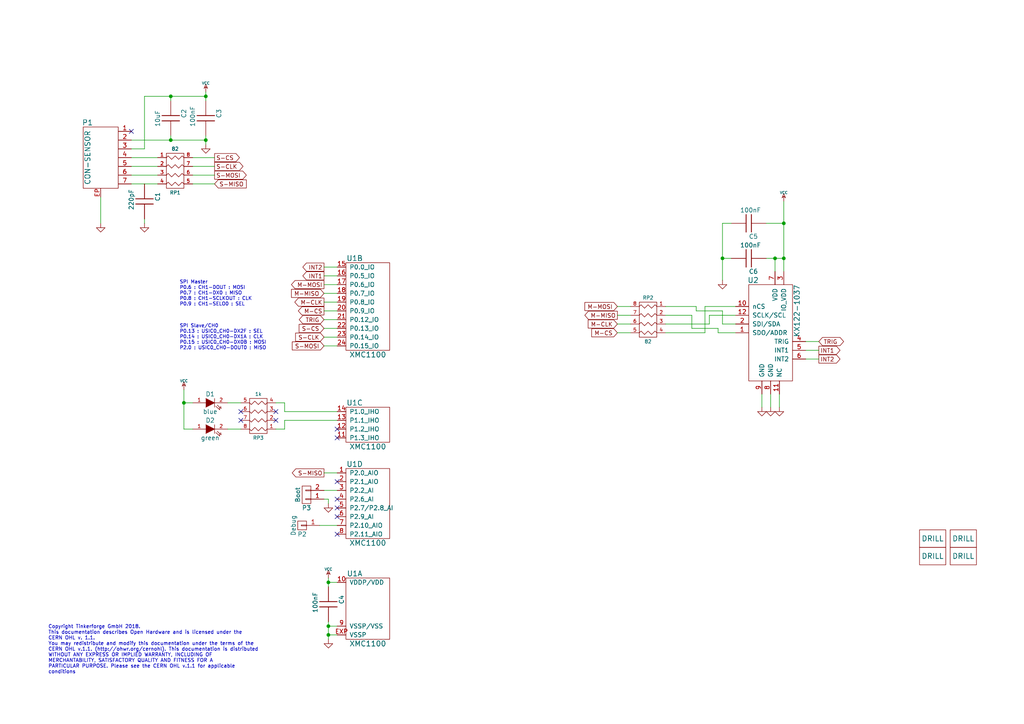
<source format=kicad_sch>
(kicad_sch (version 20231120) (generator "eeschema") (generator_version "8.0")
  (paper "A4")
  (title_block (title "Accelerometer Bricklet") (date "2018-10-24") (rev "2.0") (company "Tinkerforge GmbH") (comment 1 "Licensed under CERN OHL v.1.1") (comment 2 "Copyright (©) 2018, B.Nordmeyer <bastian@tinkerforge.com>"))
  (lib_symbols
    (symbol "tinkerforge:C" (pin_numbers hide) (pin_names (offset 0.254))
      (property "Reference" "C" (at 1.27 2.54 0))
      (property "Value" "C" (at 1.27 -2.54 0))
      (symbol "C_0_1"
        (polyline (pts (xy -2.54 -0.762) (xy 2.54 -0.762)) (stroke (width 0.254)))
        (polyline (pts (xy -2.54 0.762) (xy 2.54 0.762)) (stroke (width 0.254)))
      )
      (symbol "C_1_1"
        (pin passive line (at 0 5.08 270) (length 4.318) (name "~") (number "1"))
        (pin passive line (at 0 -5.08 90) (length 4.318) (name "~") (number "2"))
      )
    )
    (symbol "tinkerforge:CON-SENSOR2" (pin_names (offset 1.016))
      (property "Reference" "P" (at -3.81 10.16 0))
      (property "Value" "CON-SENSOR2" (at 3.81 0 90))
      (symbol "CON-SENSOR2_0_1"
        (rectangle (start -5.08 8.89) (end 5.08 -8.89))
      )
      (symbol "CON-SENSOR2_1_1"
        (pin passive line (at -8.89 7.62 0) (length 3.81) (name "~") (number "1"))
        (pin passive line (at -8.89 5.08 0) (length 3.81) (name "~") (number "2"))
        (pin passive line (at -8.89 2.54 0) (length 3.81) (name "~") (number "3"))
        (pin passive line (at -8.89 0 0) (length 3.81) (name "~") (number "4"))
        (pin passive line (at -8.89 -2.54 0) (length 3.81) (name "~") (number "5"))
        (pin passive line (at -8.89 -5.08 0) (length 3.81) (name "~") (number "6"))
        (pin passive line (at -8.89 -7.62 0) (length 3.81) (name "~") (number "7"))
        (pin passive line (at 0 -11.43 90) (length 2.54) (name "~") (number "EP"))
      )
    )
    (symbol "tinkerforge:CONN_01X01" (pin_names (offset 1.016) hide)
      (property "Reference" "P" (at 0 2.54 0))
      (property "Value" "CONN_01X01" (at 2.54 0 90))
      (symbol "CONN_01X01_0_1"
        (rectangle (start -1.27 0.127) (end 0.254 -0.127))
        (rectangle (start -1.27 1.27) (end 1.27 -1.27))
      )
      (symbol "CONN_01X01_1_1"
        (pin passive line (at -5.08 0 0) (length 3.81) (name "P1") (number "1"))
      )
    )
    (symbol "tinkerforge:CONN_01X02" (pin_names (offset 1.016) hide)
      (property "Reference" "P" (at 0 3.81 0))
      (property "Value" "CONN_01X02" (at 2.54 0 90))
      (symbol "CONN_01X02_0_1"
        (rectangle (start -1.27 -1.143) (end 0.254 -1.397))
        (rectangle (start -1.27 1.397) (end 0.254 1.143))
        (rectangle (start -1.27 2.54) (end 1.27 -2.54))
      )
      (symbol "CONN_01X02_1_1"
        (pin passive line (at -5.08 1.27 0) (length 3.81) (name "P1") (number "1"))
        (pin passive line (at -5.08 -1.27 0) (length 3.81) (name "P2") (number "2"))
      )
    )
    (symbol "tinkerforge:DRILL" (pin_numbers hide) (pin_names (offset 0) hide)
      (property "Value" "DRILL" (at 0 0 0))
      (symbol "DRILL_0_1"
        (rectangle (start -3.81 2.54) (end 3.81 -2.54))
      )
    )
    (symbol "tinkerforge:GND" (power) (pin_names (offset 0))
      (property "Value" "GND" (at 0 -5.08 0))
      (symbol "GND_0_1"
        (polyline (pts (xy 0 0) (xy 0 -1.27) (xy 1.27 -1.27) (xy 0 -2.54) (xy -1.27 -1.27) (xy 0 -1.27)))
      )
      (symbol "GND_1_1"
        (pin power_in line (at 0 0 270) (length 0) hide (name "GND") (number "1"))
      )
    )
    (symbol "tinkerforge:KX122-1037" (pin_names (offset 1.016))
      (property "Reference" "U" (at -5.08 15.24 0))
      (property "Value" "KX122-1037" (at 7.62 6.35 90))
      (symbol "KX122-1037_0_1"
        (rectangle (start -6.35 13.97) (end 6.35 -13.97))
      )
      (symbol "KX122-1037_1_1"
        (pin bidirectional line (at -10.16 0 0) (length 3.81) (name "SDO/ADDR") (number "1"))
        (pin bidirectional line (at -10.16 7.62 0) (length 3.81) (name "nCS") (number "10"))
        (pin bidirectional line (at 2.54 -17.78 90) (length 3.81) (name "NC") (number "11"))
        (pin bidirectional line (at -10.16 5.08 0) (length 3.81) (name "SCLK/SCL") (number "12"))
        (pin bidirectional line (at -10.16 2.54 0) (length 3.81) (name "SDI/SDA") (number "2"))
        (pin bidirectional line (at 3.81 17.78 270) (length 3.81) (name "IO_VDD") (number "3"))
        (pin bidirectional line (at 10.16 -2.54 180) (length 3.81) (name "TRIG") (number "4"))
        (pin bidirectional line (at 10.16 -5.08 180) (length 3.81) (name "INT1") (number "5"))
        (pin bidirectional line (at 10.16 -7.62 180) (length 3.81) (name "INT2") (number "6"))
        (pin bidirectional line (at 1.27 17.78 270) (length 3.81) (name "VDD") (number "7"))
        (pin bidirectional line (at 0 -17.78 90) (length 3.81) (name "GND") (number "8"))
        (pin bidirectional line (at -2.54 -17.78 90) (length 3.81) (name "GND") (number "9"))
      )
    )
    (symbol "tinkerforge:LED" (pin_names (offset 1.016) hide)
      (property "Reference" "D" (at 0 2.54 0))
      (property "Value" "LED" (at 0 -2.54 0))
      (symbol "LED_0_1"
        (polyline (pts (xy 1.27 1.27) (xy 1.27 -1.27)))
        (polyline (pts (xy -1.27 1.27) (xy 1.27 0) (xy -1.27 -1.27)) (fill (type outline)))
        (polyline (pts (xy 1.651 -1.016) (xy 2.794 -2.032) (xy 2.667 -1.397)))
        (polyline (pts (xy 2.032 -0.635) (xy 3.175 -1.651) (xy 3.048 -1.016)))
      )
      (symbol "LED_1_1"
        (pin passive line (at -5.08 0 0) (length 3.81) (name "A") (number "1"))
        (pin passive line (at 5.08 0 180) (length 3.81) (name "K") (number "2"))
      )
    )
    (symbol "tinkerforge:R_PACK4" (pin_names hide)
      (property "Reference" "RP" (at 0 11.43 0))
      (property "Value" "R_PACK4" (at 0 -1.27 0))
      (symbol "R_PACK4_0_1"
        (polyline (pts (xy -2.54 10.16) (xy -2.54 0) (xy 2.54 0) (xy 2.54 10.16) (xy -2.54 10.16)))
        (polyline (pts (xy -2.54 1.27) (xy -2.032 1.778) (xy -1.016 0.762) (xy 0 1.778) (xy 1.016 0.762) (xy 2.032 1.778) (xy 2.54 1.27)))
        (polyline (pts (xy -2.54 3.81) (xy -2.032 4.318) (xy -1.016 3.302) (xy 0 4.318) (xy 1.016 3.302) (xy 2.032 4.318) (xy 2.54 3.81)))
        (polyline (pts (xy -2.54 6.35) (xy -2.032 6.858) (xy -1.016 5.842) (xy 0 6.858) (xy 1.016 5.842) (xy 2.032 6.858) (xy 2.54 6.35)))
        (polyline (pts (xy -2.54 8.89) (xy -2.032 9.398) (xy -1.016 8.382) (xy 0 9.398) (xy 1.016 8.382) (xy 2.032 9.398) (xy 2.54 8.89)))
      )
      (symbol "R_PACK4_1_1"
        (pin passive line (at -5.08 8.89 0) (length 2.54) (name "P1") (number "1"))
        (pin passive line (at -5.08 6.35 0) (length 2.54) (name "P2") (number "2"))
        (pin passive line (at -5.08 3.81 0) (length 2.54) (name "P3") (number "3"))
        (pin passive line (at -5.08 1.27 0) (length 2.54) (name "P4") (number "4"))
        (pin passive line (at 5.08 1.27 180) (length 2.54) (name "R4") (number "5"))
        (pin passive line (at 5.08 3.81 180) (length 2.54) (name "R3") (number "6"))
        (pin passive line (at 5.08 6.35 180) (length 2.54) (name "R2") (number "7"))
        (pin passive line (at 5.08 8.89 180) (length 2.54) (name "R1") (number "8"))
      )
    )
    (symbol "tinkerforge:VCC" (power) (pin_names (offset 0))
      (property "Value" "VCC" (at 0 3.175 0))
      (symbol "VCC_0_0"
        (pin power_in line (at 0 0 90) (length 0) hide (name "VCC") (number "1"))
      )
      (symbol "VCC_0_1"
        (polyline (pts (xy 0 1.524) (xy 0 0)))
        (polyline (pts (xy 0 1.524) (xy 0.508 1.016) (xy 0 2.286) (xy -0.508 1.016) (xy 0 1.524) (xy 0 1.524)))
      )
    )
    (symbol "tinkerforge:XMC1XXX24" (pin_names (offset 1.016))
      (property "Reference" "U" (at -3.81 15.24 0))
      (property "Value" "XMC1XXX24" (at 0 -16.51 0))
      (symbol "XMC1XXX24_1_1"
        (rectangle (start -6.35 8.89) (end 6.35 -8.89))
        (pin passive line (at -8.89 7.62 0) (length 2.54) (name "VDDP/VDD") (number "10"))
        (pin passive line (at -8.89 -5.08 0) (length 2.54) (name "VSSP/VSS") (number "9"))
        (pin passive line (at -8.89 -7.62 0) (length 2.54) (name "VSSP") (number "EXP"))
      )
      (symbol "XMC1XXX24_2_1"
        (rectangle (start -6.35 12.7) (end 6.35 -12.7))
        (pin passive line (at -8.89 11.43 0) (length 2.54) (name "P0.0_IO") (number "15"))
        (pin passive line (at -8.89 8.89 0) (length 2.54) (name "P0.5_IO") (number "16"))
        (pin passive line (at -8.89 6.35 0) (length 2.54) (name "P0.6_IO") (number "17"))
        (pin passive line (at -8.89 3.81 0) (length 2.54) (name "P0.7_IO") (number "18"))
        (pin passive line (at -8.89 1.27 0) (length 2.54) (name "P0.8_IO") (number "19"))
        (pin passive line (at -8.89 -1.27 0) (length 2.54) (name "P0.9_IO") (number "20"))
        (pin passive line (at -8.89 -3.81 0) (length 2.54) (name "P0.12_IO") (number "21"))
        (pin passive line (at -8.89 -6.35 0) (length 2.54) (name "P0.13_IO") (number "22"))
        (pin passive line (at -8.89 -8.89 0) (length 2.54) (name "P0.14_IO") (number "23"))
        (pin passive line (at -8.89 -11.43 0) (length 2.54) (name "P0.15_IO") (number "24"))
      )
      (symbol "XMC1XXX24_3_1"
        (rectangle (start -6.35 5.08) (end 6.35 -5.08))
        (pin passive line (at -8.89 -3.81 0) (length 2.54) (name "P1.3_IHO") (number "11"))
        (pin passive line (at -8.89 -1.27 0) (length 2.54) (name "P1.2_IHO") (number "12"))
        (pin passive line (at -8.89 1.27 0) (length 2.54) (name "P1.1_IHO") (number "13"))
        (pin passive line (at -8.89 3.81 0) (length 2.54) (name "P1.0_IHO") (number "14"))
      )
      (symbol "XMC1XXX24_4_1"
        (rectangle (start -6.35 10.16) (end 6.35 -10.16))
        (pin passive line (at -8.89 8.89 0) (length 2.54) (name "P2.0_AIO") (number "1"))
        (pin passive line (at -8.89 6.35 0) (length 2.54) (name "P2.1_AIO") (number "2"))
        (pin passive line (at -8.89 3.81 0) (length 2.54) (name "P2.2_AI") (number "3"))
        (pin passive line (at -8.89 1.27 0) (length 2.54) (name "P2.6_AI") (number "4"))
        (pin passive line (at -8.89 -1.27 0) (length 2.54) (name "P2.7/P2.8_AI") (number "5"))
        (pin passive line (at -8.89 -3.81 0) (length 2.54) (name "P2.9_AI") (number "6"))
        (pin passive line (at -8.89 -6.35 0) (length 2.54) (name "P2.10_AIO") (number "7"))
        (pin passive line (at -8.89 -8.89 0) (length 2.54) (name "P2.11_AIO") (number "8"))
      )
    )
  )
  (junction (at 59.69 40.64))
  (junction (at 224.79 74.93))
  (junction (at 209.55 74.93))
  (junction (at 227.33 64.77))
  (junction (at 95.25 168.91))
  (junction (at 95.25 181.61))
  (junction (at 49.53 40.64))
  (junction (at 59.69 27.94))
  (junction (at 53.34 116.84))
  (junction (at 95.25 184.15))
  (junction (at 49.53 27.94))
  (junction (at 227.33 74.93))
  (no_connect (at 97.79 147.32))
  (no_connect (at 97.79 127))
  (no_connect (at 97.79 144.78))
  (no_connect (at 97.79 154.94))
  (no_connect (at 38.1 38.1))
  (no_connect (at 97.79 149.86))
  (no_connect (at 97.79 139.7))
  (no_connect (at 69.85 121.92))
  (no_connect (at 69.85 119.38))
  (no_connect (at 97.79 124.46))
  (no_connect (at 80.01 119.38))
  (no_connect (at 80.01 121.92))
  (wire (pts (xy 93.98 95.25) (xy 97.79 95.25)))
  (wire (pts (xy 233.68 101.6) (xy 237.49 101.6)))
  (wire (pts (xy 49.53 27.94) (xy 59.69 27.94)))
  (wire (pts (xy 224.79 78.74) (xy 224.79 74.93)))
  (wire (pts (xy 55.88 48.26) (xy 62.23 48.26)))
  (wire (pts (xy 29.21 57.15) (xy 29.21 64.77)))
  (wire (pts (xy 59.69 26.67) (xy 59.69 27.94)))
  (wire (pts (xy 93.98 100.33) (xy 97.79 100.33)))
  (wire (pts (xy 45.72 45.72) (xy 38.1 45.72)))
  (wire (pts (xy 93.98 77.47) (xy 97.79 77.47)))
  (wire (pts (xy 93.98 90.17) (xy 97.79 90.17)))
  (wire (pts (xy 93.98 142.24) (xy 97.79 142.24)))
  (wire (pts (xy 55.88 116.84) (xy 53.34 116.84)))
  (wire (pts (xy 193.04 96.52) (xy 204.47 96.52)))
  (wire (pts (xy 227.33 64.77) (xy 227.33 74.93)))
  (wire (pts (xy 97.79 97.79) (xy 93.98 97.79)))
  (wire (pts (xy 97.79 137.16) (xy 93.98 137.16)))
  (wire (pts (xy 209.55 64.77) (xy 209.55 74.93)))
  (wire (pts (xy 49.53 29.21) (xy 49.53 27.94)))
  (wire (pts (xy 95.25 144.78) (xy 95.25 146.05)))
  (wire (pts (xy 97.79 82.55) (xy 93.98 82.55)))
  (wire (pts (xy 41.91 27.94) (xy 49.53 27.94)))
  (wire (pts (xy 208.28 95.25) (xy 208.28 96.52)))
  (wire (pts (xy 205.74 91.44) (xy 213.36 91.44)))
  (wire (pts (xy 62.23 50.8) (xy 55.88 50.8)))
  (wire (pts (xy 45.72 50.8) (xy 38.1 50.8)))
  (wire (pts (xy 209.55 74.93) (xy 212.09 74.93)))
  (wire (pts (xy 182.88 93.98) (xy 179.07 93.98)))
  (wire (pts (xy 53.34 116.84) (xy 53.34 113.03)))
  (wire (pts (xy 82.55 121.92) (xy 82.55 124.46)))
  (wire (pts (xy 49.53 39.37) (xy 49.53 40.64)))
  (wire (pts (xy 53.34 124.46) (xy 53.34 116.84)))
  (wire (pts (xy 205.74 93.98) (xy 205.74 91.44)))
  (wire (pts (xy 213.36 93.98) (xy 209.55 93.98)))
  (wire (pts (xy 204.47 96.52) (xy 204.47 88.9)))
  (wire (pts (xy 69.85 116.84) (xy 66.04 116.84)))
  (wire (pts (xy 55.88 53.34) (xy 62.23 53.34)))
  (wire (pts (xy 82.55 121.92) (xy 97.79 121.92)))
  (wire (pts (xy 82.55 119.38) (xy 82.55 116.84)))
  (wire (pts (xy 95.25 167.64) (xy 95.25 168.91)))
  (wire (pts (xy 95.25 181.61) (xy 95.25 184.15)))
  (wire (pts (xy 69.85 124.46) (xy 66.04 124.46)))
  (wire (pts (xy 55.88 124.46) (xy 53.34 124.46)))
  (wire (pts (xy 222.25 74.93) (xy 224.79 74.93)))
  (wire (pts (xy 93.98 80.01) (xy 97.79 80.01)))
  (wire (pts (xy 233.68 104.14) (xy 237.49 104.14)))
  (wire (pts (xy 93.98 144.78) (xy 95.25 144.78)))
  (wire (pts (xy 227.33 64.77) (xy 222.25 64.77)))
  (wire (pts (xy 62.23 45.72) (xy 55.88 45.72)))
  (wire (pts (xy 201.93 88.9) (xy 193.04 88.9)))
  (wire (pts (xy 38.1 53.34) (xy 45.72 53.34)))
  (wire (pts (xy 95.25 184.15) (xy 95.25 185.42)))
  (wire (pts (xy 193.04 91.44) (xy 200.66 91.44)))
  (wire (pts (xy 204.47 88.9) (xy 213.36 88.9)))
  (wire (pts (xy 59.69 27.94) (xy 59.69 29.21)))
  (wire (pts (xy 93.98 85.09) (xy 97.79 85.09)))
  (wire (pts (xy 179.07 96.52) (xy 182.88 96.52)))
  (wire (pts (xy 95.25 180.34) (xy 95.25 181.61)))
  (wire (pts (xy 200.66 91.44) (xy 200.66 95.25)))
  (wire (pts (xy 41.91 27.94) (xy 41.91 43.18)))
  (wire (pts (xy 179.07 88.9) (xy 182.88 88.9)))
  (wire (pts (xy 41.91 43.18) (xy 38.1 43.18)))
  (wire (pts (xy 82.55 116.84) (xy 80.01 116.84)))
  (wire (pts (xy 97.79 184.15) (xy 95.25 184.15)))
  (wire (pts (xy 209.55 74.93) (xy 209.55 81.28)))
  (wire (pts (xy 38.1 48.26) (xy 45.72 48.26)))
  (wire (pts (xy 209.55 93.98) (xy 209.55 90.17)))
  (wire (pts (xy 41.91 64.77) (xy 41.91 63.5)))
  (wire (pts (xy 97.79 168.91) (xy 95.25 168.91)))
  (wire (pts (xy 226.06 114.3) (xy 226.06 118.11)))
  (wire (pts (xy 209.55 90.17) (xy 201.93 90.17)))
  (wire (pts (xy 193.04 93.98) (xy 205.74 93.98)))
  (wire (pts (xy 227.33 74.93) (xy 227.33 78.74)))
  (wire (pts (xy 201.93 90.17) (xy 201.93 88.9)))
  (wire (pts (xy 227.33 58.42) (xy 227.33 64.77)))
  (wire (pts (xy 208.28 96.52) (xy 213.36 96.52)))
  (wire (pts (xy 233.68 99.06) (xy 237.49 99.06)))
  (wire (pts (xy 97.79 119.38) (xy 82.55 119.38)))
  (wire (pts (xy 59.69 39.37) (xy 59.69 40.64)))
  (wire (pts (xy 38.1 40.64) (xy 49.53 40.64)))
  (wire (pts (xy 212.09 64.77) (xy 209.55 64.77)))
  (wire (pts (xy 97.79 92.71) (xy 93.98 92.71)))
  (wire (pts (xy 82.55 124.46) (xy 80.01 124.46)))
  (wire (pts (xy 95.25 168.91) (xy 95.25 170.18)))
  (wire (pts (xy 97.79 152.4) (xy 92.71 152.4)))
  (wire (pts (xy 97.79 87.63) (xy 93.98 87.63)))
  (wire (pts (xy 200.66 95.25) (xy 208.28 95.25)))
  (wire (pts (xy 179.07 91.44) (xy 182.88 91.44)))
  (wire (pts (xy 220.98 114.3) (xy 220.98 118.11)))
  (wire (pts (xy 95.25 181.61) (xy 97.79 181.61)))
  (wire (pts (xy 223.52 114.3) (xy 223.52 118.11)))
  (wire (pts (xy 49.53 40.64) (xy 59.69 40.64)))
  (wire (pts (xy 224.79 74.93) (xy 227.33 74.93)))
  (wire (pts (xy 59.69 40.64) (xy 59.69 41.91)))
  (text "Copyright Tinkerforge GmbH 2018.\nThis documentation describes Open Hardware and is licensed under the\nCERN OHL v. 1.1.\nYou may redistribute and modify this documentation under the terms of the\nCERN OHL v.1.1. (http://ohwr.org/cernohl). This documentation is distributed\nWITHOUT ANY EXPRESS OR IMPLIED WARRANTY, INCLUDING OF\nMERCHANTABILITY, SATISFACTORY QUALITY AND FITNESS FOR A\nPARTICULAR PURPOSE. Please see the CERN OHL v.1.1 for applicable\nconditions\n" (at 13.97 195.58 0) (effects (font (size 1.016 1.016)) (justify left bottom)))
  (text "SPI Master\nP0.6 : CH1-DOUT : MOSI\nP0.7 : CH1-DX0 : MISO\nP0.8 : CH1-SCLKOUT : CLK\nP0.9 : CH1-SELO0 : SEL" (at 52.07 88.9 0) (effects (font (size 0.9906 0.9906)) (justify left bottom)))
  (text "SPI Slave/CH0\nP0.13 : USIC0_CH0-DX2F : SEL\nP0.14 : USIC0_CH0-DX1A : CLK\nP0.15 : USIC0_CH0-DX0B : MOSI\nP2.0 : USIC0_CH0-DOUT0 : MISO" (at 52.07 101.6 0) (effects (font (size 0.9906 0.9906)) (justify left bottom)))
  (global_label "TRIG" (shape bidirectional) (at 237.49 99.06 0) (effects (font (size 1.1938 1.1938))) (property "Intersheetrefs" "${INTERSHEET_REFS}" (effects (hide yes))))
  (global_label "INT1" (shape output) (at 237.49 101.6 0) (effects (font (size 1.1938 1.1938))) (property "Intersheetrefs" "${INTERSHEET_REFS}" (effects (hide yes))))
  (global_label "M-MOSI" (shape input) (at 179.07 88.9 180) (effects (font (size 1.1938 1.1938))) (property "Intersheetrefs" "${INTERSHEET_REFS}" (effects (hide yes))))
  (global_label "S-CS" (shape input) (at 93.98 95.25 180) (effects (font (size 1.1938 1.1938))) (property "Intersheetrefs" "${INTERSHEET_REFS}" (effects (hide yes))))
  (global_label "INT2" (shape output) (at 93.98 77.47 180) (effects (font (size 1.1938 1.1938))) (property "Intersheetrefs" "${INTERSHEET_REFS}" (effects (hide yes))))
  (global_label "S-CLK" (shape output) (at 62.23 48.26 0) (effects (font (size 1.1938 1.1938))) (property "Intersheetrefs" "${INTERSHEET_REFS}" (effects (hide yes))))
  (global_label "S-MISO" (shape output) (at 93.98 137.16 180) (effects (font (size 1.1938 1.1938))) (property "Intersheetrefs" "${INTERSHEET_REFS}" (effects (hide yes))))
  (global_label "S-CLK" (shape input) (at 93.98 97.79 180) (effects (font (size 1.1938 1.1938))) (property "Intersheetrefs" "${INTERSHEET_REFS}" (effects (hide yes))))
  (global_label "TRIG" (shape bidirectional) (at 93.98 92.71 180) (effects (font (size 1.1938 1.1938))) (property "Intersheetrefs" "${INTERSHEET_REFS}" (effects (hide yes))))
  (global_label "S-CS" (shape output) (at 62.23 45.72 0) (effects (font (size 1.1938 1.1938))) (property "Intersheetrefs" "${INTERSHEET_REFS}" (effects (hide yes))))
  (global_label "M-CLK" (shape output) (at 93.98 87.63 180) (effects (font (size 1.1938 1.1938))) (property "Intersheetrefs" "${INTERSHEET_REFS}" (effects (hide yes))))
  (global_label "M-MISO" (shape output) (at 179.07 91.44 180) (effects (font (size 1.1938 1.1938))) (property "Intersheetrefs" "${INTERSHEET_REFS}" (effects (hide yes))))
  (global_label "S-MISO" (shape input) (at 62.23 53.34 0) (effects (font (size 1.1938 1.1938))) (property "Intersheetrefs" "${INTERSHEET_REFS}" (effects (hide yes))))
  (global_label "M-CS" (shape output) (at 93.98 90.17 180) (effects (font (size 1.1938 1.1938))) (property "Intersheetrefs" "${INTERSHEET_REFS}" (effects (hide yes))))
  (global_label "S-MOSI" (shape input) (at 93.98 100.33 180) (effects (font (size 1.1938 1.1938))) (property "Intersheetrefs" "${INTERSHEET_REFS}" (effects (hide yes))))
  (global_label "INT1" (shape output) (at 93.98 80.01 180) (effects (font (size 1.1938 1.1938))) (property "Intersheetrefs" "${INTERSHEET_REFS}" (effects (hide yes))))
  (global_label "M-CLK" (shape input) (at 179.07 93.98 180) (effects (font (size 1.1938 1.1938))) (property "Intersheetrefs" "${INTERSHEET_REFS}" (effects (hide yes))))
  (global_label "INT2" (shape output) (at 237.49 104.14 0) (effects (font (size 1.1938 1.1938))) (property "Intersheetrefs" "${INTERSHEET_REFS}" (effects (hide yes))))
  (global_label "M-MOSI" (shape output) (at 93.98 82.55 180) (effects (font (size 1.1938 1.1938))) (property "Intersheetrefs" "${INTERSHEET_REFS}" (effects (hide yes))))
  (global_label "M-MISO" (shape input) (at 93.98 85.09 180) (effects (font (size 1.1938 1.1938))) (property "Intersheetrefs" "${INTERSHEET_REFS}" (effects (hide yes))))
  (global_label "S-MOSI" (shape output) (at 62.23 50.8 0) (effects (font (size 1.1938 1.1938))) (property "Intersheetrefs" "${INTERSHEET_REFS}" (effects (hide yes))))
  (global_label "M-CS" (shape input) (at 179.07 96.52 180) (effects (font (size 1.1938 1.1938))) (property "Intersheetrefs" "${INTERSHEET_REFS}" (effects (hide yes))))
  (symbol (lib_id "tinkerforge:CON-SENSOR2") (at 29.21 45.72 0) (mirror y) (unit 1)
    (property "Reference" "P1" (at 25.4 35.56 0) (effects (font (size 1.524 1.524))))
    (property "Value" "CON-SENSOR" (at 25.4 45.72 90) (effects (font (size 1.524 1.524))))
    (property "Footprint" "kicad-libraries:CON-SENSOR2" (effects (hide yes)))
  )
  (symbol (lib_id "tinkerforge:GND") (at 29.21 64.77 0) (unit 1)
    (property "Reference" "#PWR02" (effects (hide yes)))
    (property "Value" "GND" (effects (hide yes)))
  )
  (symbol (lib_id "tinkerforge:GND") (at 59.69 41.91 0) (unit 1)
    (property "Reference" "#PWR08" (effects (hide yes)))
    (property "Value" "GND" (effects (hide yes)))
  )
  (symbol (lib_id "tinkerforge:VCC") (at 59.69 26.67 0) (unit 1)
    (property "Reference" "#PWR01" (effects (hide yes)))
    (property "Value" "VCC" (at 59.69 24.13 0) (effects (font (size 0.762 0.762))))
  )
  (symbol (lib_id "tinkerforge:DRILL") (at 279.4 156.21 0) (unit 1)
    (property "Reference" "U5" (effects (hide yes)))
    (property "Value" "DRILL" (at 279.4 156.21 0) (effects (font (size 1.524 1.524))))
    (property "Footprint" "kicad-libraries:DRILL_NP" (effects (hide yes)))
  )
  (symbol (lib_id "tinkerforge:DRILL") (at 279.4 161.29 0) (unit 1)
    (property "Reference" "U6" (effects (hide yes)))
    (property "Value" "DRILL" (at 279.4 161.29 0) (effects (font (size 1.524 1.524))))
    (property "Footprint" "kicad-libraries:DRILL_NP" (effects (hide yes)))
  )
  (symbol (lib_id "tinkerforge:DRILL") (at 270.51 161.29 0) (unit 1)
    (property "Reference" "U4" (effects (hide yes)))
    (property "Value" "DRILL" (at 270.51 161.29 0) (effects (font (size 1.524 1.524))))
    (property "Footprint" "kicad-libraries:DRILL_NP" (effects (hide yes)))
  )
  (symbol (lib_id "tinkerforge:DRILL") (at 270.51 156.21 0) (unit 1)
    (property "Reference" "U3" (effects (hide yes)))
    (property "Value" "DRILL" (at 270.51 156.21 0) (effects (font (size 1.524 1.524))))
    (property "Footprint" "kicad-libraries:DRILL_NP" (effects (hide yes)))
  )
  (symbol (lib_id "tinkerforge:R_PACK4") (at 187.96 97.79 0) (mirror y) (unit 1)
    (property "Reference" "RP2" (at 187.96 86.36 0) (effects (font (size 1.016 1.016))))
    (property "Value" "82" (at 187.96 99.06 0) (effects (font (size 1.016 1.016))))
    (property "Footprint" "kicad-libraries:4X0402" (effects (hide yes)))
    (property "Description" "4 resistors Pack" (effects (hide yes)))
  )
  (symbol (lib_id "tinkerforge:XMC1XXX24") (at 106.68 176.53 0) (unit 1)
    (property "Reference" "U1" (at 102.87 166.37 0) (effects (font (size 1.524 1.524))))
    (property "Value" "XMC1100" (at 106.68 186.69 0) (effects (font (size 1.524 1.524))))
    (property "Footprint" "kicad-libraries:QFN24-4x4mm-0.5mm" (effects (hide yes)))
  )
  (symbol (lib_id "tinkerforge:XMC1XXX24") (at 106.68 88.9 0) (unit 2)
    (property "Reference" "U1" (at 102.87 74.93 0) (effects (font (size 1.524 1.524))))
    (property "Value" "XMC1100" (at 106.68 102.87 0) (effects (font (size 1.524 1.524))))
    (property "Footprint" "kicad-libraries:QFN24-4x4mm-0.5mm" (effects (hide yes)))
  )
  (symbol (lib_id "tinkerforge:XMC1XXX24") (at 106.68 123.19 0) (unit 3)
    (property "Reference" "U1" (at 102.87 116.84 0) (effects (font (size 1.524 1.524))))
    (property "Value" "XMC1100" (at 106.68 129.54 0) (effects (font (size 1.524 1.524))))
    (property "Footprint" "kicad-libraries:QFN24-4x4mm-0.5mm" (effects (hide yes)))
  )
  (symbol (lib_id "tinkerforge:XMC1XXX24") (at 106.68 146.05 0) (unit 4)
    (property "Reference" "U1" (at 102.87 134.62 0) (effects (font (size 1.524 1.524))))
    (property "Value" "XMC1100" (at 106.68 157.48 0) (effects (font (size 1.524 1.524))))
    (property "Footprint" "kicad-libraries:QFN24-4x4mm-0.5mm" (effects (hide yes)))
  )
  (symbol (lib_id "tinkerforge:C") (at 59.69 34.29 0) (unit 1)
    (property "Reference" "C3" (at 63.5 34.29 90) (effects (justify left)))
    (property "Value" "100nF" (at 55.88 36.83 90) (effects (justify left)))
    (property "Footprint" "kicad-libraries:C0603F" (effects (hide yes)))
  )
  (symbol (lib_id "tinkerforge:C") (at 49.53 34.29 0) (unit 1)
    (property "Reference" "C2" (at 53.34 34.29 90) (effects (justify left)))
    (property "Value" "10uF" (at 45.72 36.83 90) (effects (justify left)))
    (property "Footprint" "kicad-libraries:C0805" (effects (hide yes)))
  )
  (symbol (lib_id "tinkerforge:R_PACK4") (at 50.8 54.61 0) (unit 1)
    (property "Reference" "RP1" (at 50.8 55.88 0) (effects (font (size 1.016 1.016))))
    (property "Value" "82" (at 50.8 43.18 0) (effects (font (size 1.016 1.016))))
    (property "Footprint" "kicad-libraries:4X0402" (effects (hide yes)))
    (property "Description" "4 resistors Pack" (effects (hide yes)))
  )
  (symbol (lib_id "tinkerforge:C") (at 41.91 58.42 0) (unit 1)
    (property "Reference" "C1" (at 45.72 58.42 90) (effects (justify left)))
    (property "Value" "220pF" (at 38.1 60.96 90) (effects (justify left)))
    (property "Footprint" "kicad-libraries:C0402F" (effects (hide yes)))
  )
  (symbol (lib_id "tinkerforge:GND") (at 41.91 64.77 0) (unit 1)
    (property "Reference" "#PWR03" (effects (hide yes)))
    (property "Value" "GND" (effects (hide yes)))
  )
  (symbol (lib_id "tinkerforge:C") (at 95.25 175.26 0) (unit 1)
    (property "Reference" "C4" (at 99.06 175.26 90) (effects (justify left)))
    (property "Value" "100nF" (at 91.44 177.8 90) (effects (justify left)))
    (property "Footprint" "kicad-libraries:C0603F" (effects (hide yes)))
  )
  (symbol (lib_id "tinkerforge:GND") (at 95.25 185.42 0) (unit 1)
    (property "Reference" "#PWR04" (effects (hide yes)))
    (property "Value" "GND" (effects (hide yes)))
  )
  (symbol (lib_id "tinkerforge:VCC") (at 95.25 167.64 0) (unit 1)
    (property "Reference" "#PWR05" (effects (hide yes)))
    (property "Value" "VCC" (at 95.25 165.1 0) (effects (font (size 0.762 0.762))))
  )
  (symbol (lib_id "tinkerforge:LED") (at 60.96 116.84 0) (unit 1)
    (property "Reference" "D1" (at 60.96 114.3 0))
    (property "Value" "blue" (at 60.96 119.38 0))
    (property "Footprint" "kicad-libraries:D0603F" (effects (hide yes)))
  )
  (symbol (lib_id "tinkerforge:CONN_01X01") (at 87.63 152.4 180) (unit 1)
    (property "Reference" "P2" (at 87.63 154.94 0))
    (property "Value" "Debug" (at 85.09 152.4 90))
    (property "Footprint" "kicad-libraries:DEBUG_PAD" (effects (hide yes)))
    (property "Description" "Connector 01x01" (effects (hide yes)))
  )
  (symbol (lib_id "tinkerforge:CONN_01X02") (at 88.9 143.51 180) (unit 1)
    (property "Reference" "P3" (at 88.9 147.32 0))
    (property "Value" "Boot" (at 86.36 143.51 90))
    (property "Footprint" "kicad-libraries:SolderJumper" (effects (hide yes)))
    (property "Description" "Connector 01x02" (effects (hide yes)))
  )
  (symbol (lib_id "tinkerforge:GND") (at 95.25 146.05 0) (unit 1)
    (property "Reference" "#PWR06" (effects (hide yes)))
    (property "Value" "GND" (effects (hide yes)))
  )
  (symbol (lib_id "tinkerforge:VCC") (at 53.34 113.03 0) (unit 1)
    (property "Reference" "#PWR07" (effects (hide yes)))
    (property "Value" "VCC" (at 53.34 110.49 0) (effects (font (size 0.762 0.762))))
  )
  (symbol (lib_id "tinkerforge:GND") (at 209.55 81.28 0) (unit 1)
    (property "Reference" "#PWR013" (effects (hide yes)))
    (property "Value" "GND" (effects (hide yes)))
  )
  (symbol (lib_id "tinkerforge:KX122-1037") (at 223.52 96.52 0) (unit 1)
    (property "Reference" "U2" (at 218.44 81.28 0) (effects (font (size 1.524 1.524))))
    (property "Value" "KX122-1037" (at 231.14 90.17 90) (effects (font (size 1.524 1.524))))
    (property "Footprint" "kicad-libraries:KX122-1037" (effects (hide yes)))
  )
  (symbol (lib_id "tinkerforge:C") (at 217.17 64.77 270) (unit 1)
    (property "Reference" "C5" (at 217.17 68.58 90) (effects (justify left)))
    (property "Value" "100nF" (at 214.63 60.96 90) (effects (justify left)))
    (property "Footprint" "kicad-libraries:C0603F" (effects (hide yes)))
  )
  (symbol (lib_id "tinkerforge:C") (at 217.17 74.93 270) (unit 1)
    (property "Reference" "C6" (at 217.17 78.74 90) (effects (justify left)))
    (property "Value" "100nF" (at 214.63 71.12 90) (effects (justify left)))
    (property "Footprint" "kicad-libraries:C0603F" (effects (hide yes)))
  )
  (symbol (lib_id "tinkerforge:GND") (at 220.98 118.11 0) (unit 1)
    (property "Reference" "#PWR09" (effects (hide yes)))
    (property "Value" "GND" (effects (hide yes)))
  )
  (symbol (lib_id "tinkerforge:GND") (at 223.52 118.11 0) (unit 1)
    (property "Reference" "#PWR010" (effects (hide yes)))
    (property "Value" "GND" (effects (hide yes)))
  )
  (symbol (lib_id "tinkerforge:GND") (at 226.06 118.11 0) (unit 1)
    (property "Reference" "#PWR011" (effects (hide yes)))
    (property "Value" "GND" (effects (hide yes)))
  )
  (symbol (lib_id "tinkerforge:VCC") (at 227.33 58.42 0) (unit 1)
    (property "Reference" "#PWR012" (effects (hide yes)))
    (property "Value" "VCC" (at 227.33 55.88 0) (effects (font (size 0.762 0.762))))
  )
  (symbol (lib_id "tinkerforge:R_PACK4") (at 74.93 115.57 180) (unit 1)
    (property "Reference" "RP3" (at 74.93 127 0) (effects (font (size 1.016 1.016))))
    (property "Value" "1k" (at 74.93 114.3 0) (effects (font (size 1.016 1.016))))
    (property "Footprint" "kicad-libraries:4X0603" (effects (hide yes)))
    (property "Description" "4 resistors Pack" (effects (hide yes)))
  )
  (symbol (lib_id "tinkerforge:LED") (at 60.96 124.46 0) (unit 1)
    (property "Reference" "D2" (at 60.96 121.92 0))
    (property "Value" "green" (at 60.96 127 0))
    (property "Footprint" "kicad-libraries:D0603F" (effects (hide yes)))
  )
)
</source>
